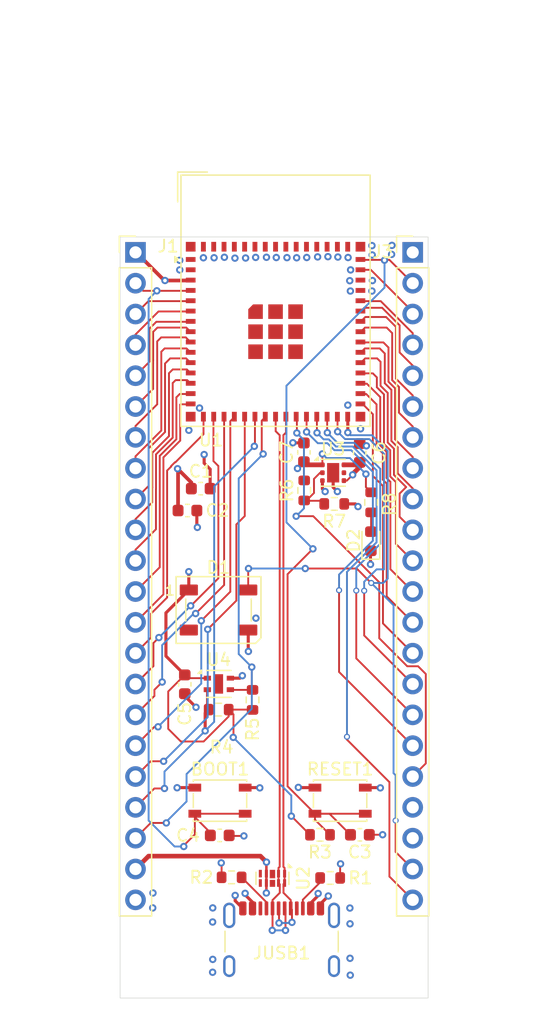
<source format=kicad_pcb>
(kicad_pcb (version 20241229) (generator "pcbnew") (generator_version "9.0")
  (layers (0 "F.Cu" signal "L1") (4 "In1.Cu" signal "L2") (6 "In2.Cu" signal "L3") (2 "B.Cu" signal "L4") (13 "F.Paste" user) (15 "B.Paste" user) (5 "F.SilkS" user "F.Silkscreen") (7 "B.SilkS" user "B.Silkscreen") (1 "F.Mask" user) (3 "B.Mask" user) (25 "Edge.Cuts" user))
  (net 0 "")
  (net 1 "GND")
  (net 2 "/3V3")
  (net 3 "/ESP32_EN")
  (net 4 "/GPIO0")
  (net 5 "/5VUSB")
  (net 7 "/GPIO48")
  (net 8 "Net-(D2-A)")
  (net 9 "/I2C_SCL")
  (net 10 "/GPIO13")
  (net 11 "/GPIO10")
  (net 12 "/I2C_SDA")
  (net 13 "/GPIO5")
  (net 14 "/GPIO1")
  (net 15 "/GPIO11")
  (net 16 "/GPIO7")
  (net 17 "/GPIO14")
  (net 18 "/GPIO12")
  (net 19 "/GPIO6")
  (net 20 "/GPIO3")
  (net 21 "/GPIO9")
  (net 22 "/GPIO4")
  (net 23 "/GPIO8")
  (net 24 "/GPIO16")
  (net 25 "/GPIO2")
  (net 26 "/GPIO15")
  (net 27 "/GPIO35")
  (net 28 "/GPIO47")
  (net 29 "/GPIO26")
  (net 30 "/USB_P")
  (net 31 "/GPIO36")
  (net 32 "/GPIO40")
  (net 33 "/GPIO39")
  (net 34 "/GPIO34")
  (net 35 "/GPIO41")
  (net 36 "/GPIO46")
  (net 37 "/RXD")
  (net 38 "/GPIO38")
  (net 39 "/TXD")
  (net 40 "/GPIO45")
  (net 41 "/GPIO37")
  (net 42 "/GPIO21")
  (net 43 "/GPIO33")
  (net 44 "/GPIO42")
  (net 45 "/USB_N")
  (net 47 "Net-(JUSB1-CC2)")
  (net 49 "Net-(JUSB1-CC1)")
  (net 50 "Net-(U3-FB)")
  (footprint "Connector_PinHeader_2.54mm:PinHeader_1x22_P2.54mm_Vertical" (layer "F.Cu") (at 124.46 23.495)
    (property "Reference" "J3")
    (property "Value" "~")
  )
  (footprint "RF_Module:ESP32-S2-MINI-1" (layer "F.Cu") (at 113.15 27.48)
    (property "Reference" "U1")
    (property "Value" "ESP32-S3-MINI-1" (hide yes))
  )
  (footprint "Resistor_SMD:R_0603_1608Metric" (layer "F.Cu") (at 109.5248 74.9808 180)
    (property "Reference" "R2")
    (property "Value" "5.1k" (hide yes))
  )
  (footprint "Button_Switch_SMD:SW_SPST_PTS810" (layer "F.Cu") (at 118.474 68.6644)
    (property "Reference" "RESET1")
    (property "Value" "~" (hide yes))
  )
  (footprint "Connector_PinHeader_2.54mm:PinHeader_1x22_P2.54mm_Vertical" (layer "F.Cu") (at 101.6 23.495)
    (property "Reference" "J1")
    (property "Value" "~")
  )
  (footprint "Resistor_SMD:R_0603_1608Metric" (layer "F.Cu") (at 116.8152 71.4756 180)
    (property "Reference" "R3")
    (property "Value" "10k" (hide yes))
  )
  (footprint "Capacitor_SMD:C_0603_1608Metric" (layer "F.Cu") (at 105.8842 44.7628)
    (property "Reference" "C2")
    (property "Value" "10uF" (hide yes))
  )
  (footprint "Capacitor_SMD:C_0603_1608Metric" (layer "F.Cu") (at 120.1042 71.4756)
    (property "Reference" "C3")
    (property "Value" "0.1uF" (hide yes))
  )
  (footprint "Resistor_SMD:R_0603_1608Metric" (layer "F.Cu") (at 108.458 61.1632)
    (property "Reference" "R4")
    (property "Value" "10k" (hide yes))
  )
  (footprint "Package_DFN_QFN:Diodes_UDFN-10_1.0x2.5mm_P0.5mm" (layer "F.Cu") (at 112.894 75.0625 -90)
    (property "Reference" "U2")
    (property "Value" "D3V3XA4B10LP" (hide yes))
  )
  (footprint "Resistor_SMD:R_0603_1608Metric" (layer "F.Cu") (at 117.6528 75.0316)
    (property "Reference" "R1")
    (property "Value" "5.1k" (hide yes))
  )
  (footprint "LED_SMD:LED_WS2812B_PLCC4_5.0x5.0mm_P3.2mm" (layer "F.Cu") (at 108.4464 52.958)
    (property "Reference" "D1")
    (property "Value" "WS2812B" (hide yes))
  )
  (footprint "LED_SMD:LED_0603_1608Metric" (layer "F.Cu") (at 121.01 47.29 90)
    (property "Reference" "D2")
    (property "Value" "LED" (hide yes))
  )
  (footprint "Resistor_SMD:R_0603_1608Metric" (layer "F.Cu") (at 117.9892 44.2174 180)
    (property "Reference" "R7")
    (property "Value" "200k" (hide yes))
  )
  (footprint "Capacitor_SMD:C_0603_1608Metric" (layer "F.Cu") (at 106.98 42.96)
    (property "Reference" "C1")
    (property "Value" "0.1uF" (hide yes))
  )
  (footprint "Capacitor_SMD:C_0603_1608Metric" (layer "F.Cu") (at 108.5466 71.5264)
    (property "Reference" "C4")
    (property "Value" "0.1uF" (hide yes))
  )
  (footprint "Capacitor_SMD:C_0603_1608Metric" (layer "F.Cu") (at 115.4885 39.9714 90)
    (property "Reference" "C7")
    (property "Value" "10uF" (hide yes))
  )
  (footprint "Connector_USB:USB_C_Receptacle_GCT_USB4105-xx-A_16P_TopMnt_Horizontal" (layer "F.Cu") (at 113.65 81.22)
    (property "Reference" "JUSB1")
    (property "Value" "USB_C_Receptacle_USB2.0_16P")
  )
  (footprint "Resistor_SMD:R_0603_1608Metric" (layer "F.Cu") (at 111.252 60.3626 -90)
    (property "Reference" "R5")
    (property "Value" "10k" (hide yes))
  )
  (footprint "Capacitor_SMD:C_0603_1608Metric" (layer "F.Cu") (at 105.664 59.0804 -90)
    (property "Reference" "C5")
    (property "Value" "0.1uF" (hide yes))
  )
  (footprint "Capacitor_SMD:C_0603_1608Metric" (layer "F.Cu") (at 120.09 40.02 90)
    (property "Reference" "C6")
    (property "Value" "10uF" (hide yes))
  )
  (footprint "Button_Switch_SMD:SW_SPST_PTS810" (layer "F.Cu") (at 108.5674 68.6644)
    (property "Reference" "BOOT1")
    (property "Value" "~" (hide yes))
  )
  (footprint "Package_DFN_QFN:AMS_QFN-4-1EP_2x2mm_P0.95mm_EP0.7x1.6mm" (layer "F.Cu") (at 108.4732 59.0474)
    (property "Reference" "U4")
    (property "Value" "ENS210" (hide yes))
  )
  (footprint "Package_SON:WSON-6-1EP_2x2mm_P0.65mm_EP1x1.6mm" (layer "F.Cu") (at 117.9 41.65)
    (property "Reference" "U3")
    (property "Value" "TLV75801PDRV" (hide yes))
  )
  (footprint "Resistor_SMD:R_0603_1608Metric" (layer "F.Cu") (at 121.03 44.09 -90)
    (property "Reference" "R8")
    (property "Value" "5.1k" (hide yes))
  )
  (footprint "Resistor_SMD:R_0603_1608Metric" (layer "F.Cu") (at 115.5124 43.108 90)
    (property "Reference" "R6")
    (property "Value" "1M" (hide yes))
  )
  (gr_rect (start 100.33 22.225) (end 125.73 84.925) (stroke (width 0.05)) (fill no) (layer "Edge.Cuts"))
  (segment (start 106.4924 67.5894) (end 105.0406 67.5894) (width 0.254) (layer "F.Cu") (net 1))
  (segment (start 118.8142 44.2174) (end 119.7292 44.2174) (width 0.254) (layer "F.Cu") (net 1))
  (segment (start 110.54 71.57) (end 109.3652 71.57) (width 0.1524) (layer "F.Cu") (net 1))
  (segment (start 118.4778 73.9022) (end 118.51 73.87) (width 0.1524) (layer "F.Cu") (net 1))
  (segment (start 111.8294 67.5894) (end 111.85 67.61) (width 0.254) (layer "F.Cu") (net 1))
  (segment (start 107.26 40.15) (end 107.26 40.86) (width 0.254) (layer "F.Cu") (net 1))
  (segment (start 110.6424 67.5894) (end 111.8294 67.5894) (width 0.254) (layer "F.Cu") (net 1))
  (segment (start 109.82 76.47) (end 109.82 76.91) (width 0.254) (layer "F.Cu") (net 1))
  (segment (start 109.82 76.91) (end 110.45 77.54) (width 0.254) (layer "F.Cu") (net 1))
  (segment (start 110.8964 54.608) (end 110.8964 56.3564) (width 0.254) (layer "F.Cu") (net 1))
  (segment (start 115.4821 39.19) (end 115.4885 39.1964) (width 0.254) (layer "F.Cu") (net 1))
  (segment (start 119.7292 44.2174) (end 119.9492 44.4374) (width 0.254) (layer "F.Cu") (net 1))
  (segment (start 105.664 59.8554) (end 105.664 60.044) (width 0.254) (layer "F.Cu") (net 1))
  (segment (start 117.0125 42.3) (end 117.0125 42.9707) (width 0.254) (layer "F.Cu") (net 1))
  (segment (start 120.8848 71.47) (end 120.8792 71.4756) (width 0.1524) (layer "F.Cu") (net 1))
  (segment (start 120.98 48.1075) (end 121.01 48.0775) (width 0.254) (layer "F.Cu") (net 1))
  (segment (start 108.6998 73.8198) (end 108.67 73.79) (width 0.1524) (layer "F.Cu") (net 1))
  (segment (start 106.6592 44.7628) (end 106.6592 46.1092) (width 0.254) (layer "F.Cu") (net 1))
  (segment (start 114.58 39.18) (end 114.78 39.18) (width 0.254) (layer "F.Cu") (net 1))
  (segment (start 116.85 77.54) (end 116.85 77.17) (width 0.254) (layer "F.Cu") (net 1))
  (segment (start 120.215946 39.245) (end 120.09 39.245) (width 0.1524) (layer "F.Cu") (net 1))
  (segment (start 114.78 39.18) (end 114.79 39.19) (width 0.254) (layer "F.Cu") (net 1))
  (segment (start 106.6592 46.1092) (end 106.7 46.15) (width 0.254) (layer "F.Cu") (net 1))
  (segment (start 115.0494 67.5894) (end 115.03 67.57) (width 0.254) (layer "F.Cu") (net 1))
  (segment (start 120.620344 39.409399) (end 120.380345 39.409399) (width 0.1524) (layer "F.Cu") (net 1))
  (segment (start 114.79 39.19) (end 115.4821 39.19) (width 0.254) (layer "F.Cu") (net 1))
  (segment (start 118.4778 75.0316) (end 118.4778 73.9022) (width 0.1524) (layer "F.Cu") (net 1))
  (segment (start 121.98 71.47) (end 120.8848 71.47) (width 0.1524) (layer "F.Cu") (net 1))
  (segment (start 107.755 41.355) (end 107.755 42.96) (width 0.254) (layer "F.Cu") (net 1))
  (segment (start 105.0406 67.5894) (end 105.03 67.6) (width 0.254) (layer "F.Cu") (net 1))
  (segment (start 117.0125 42.9707) (end 117.2392 43.1974) (width 0.254) (layer "F.Cu") (net 1))
  (segment (start 109.3652 71.57) (end 109.3216 71.5264) (width 0.1524) (layer "F.Cu") (net 1))
  (segment (start 110.2076 58.5724) (end 110.41 58.37) (width 0.254) (layer "F.Cu") (net 1))
  (segment (start 108.6998 74.9808) (end 108.6998 73.8198) (width 0.1524) (layer "F.Cu") (net 1))
  (segment (start 117.9 42.8482) (end 118.2492 43.1974) (width 0.254) (layer "F.Cu") (net 1))
  (segment (start 110.8964 56.3564) (end 110.91 56.37) (width 0.254) (layer "F.Cu") (net 1))
  (segment (start 117.9 41.65) (end 117.9 42.8482) (width 0.254) (layer "F.Cu") (net 1))
  (segment (start 107.26 40.86) (end 107.755 41.355) (width 0.254) (layer "F.Cu") (net 1))
  (segment (start 120.549 67.5894) (end 121.7694 67.5894) (width 0.254) (layer "F.Cu") (net 1))
  (segment (start 116.399 67.5894) (end 115.0494 67.5894) (width 0.254) (layer "F.Cu") (net 1))
  (segment (start 109.4232 58.5724) (end 110.2076 58.5724) (width 0.254) (layer "F.Cu") (net 1))
  (segment (start 121.7694 67.5894) (end 121.79 67.61) (width 0.254) (layer "F.Cu") (net 1))
  (segment (start 120.641601 39.430656) (end 120.620344 39.409399) (width 0.1524) (layer "F.Cu") (net 1))
  (segment (start 116.85 77.17) (end 117.5 76.52) (width 0.254) (layer "F.Cu") (net 1))
  (segment (start 120.380345 39.409399) (end 120.215946 39.245) (width 0.1524) (layer "F.Cu") (net 1))
  (segment (start 105.664 60.044) (end 106.59 60.97) (width 0.254) (layer "F.Cu") (net 1))
  (segment (start 120.98 49.2) (end 120.98 48.1075) (width 0.254) (layer "F.Cu") (net 1))
  (via (at 117.5 76.52) (size 0.604799) (drill 0.299999) (layers "F.Cu" "B.Cu") (net 1))
  (via (at 119.9492 44.4374) (size 0.604799) (drill 0.299999) (layers "F.Cu" "B.Cu") (net 1))
  (via (at 122.75 22.92) (size 0.604799) (drill 0.299999) (layers "F.Cu" "B.Cu") (net 1))
  (via (at 120.641601 39.430656) (size 0.604799) (drill 0.299999) (layers "F.Cu" "B.Cu") (net 1))
  (via (at 120.98 49.2) (size 0.604799) (drill 0.299999) (layers "F.Cu" "B.Cu") (net 1))
  (via (at 111.85 67.61) (size 0.604799) (drill 0.299999) (layers "F.Cu" "B.Cu") (net 1))
  (via (at 119.13 23.92) (size 0.604799) (drill 0.299999) (layers "F.Cu" "B.Cu") (net 1))
  (via (at 114.58 39.18) (size 0.604799) (drill 0.299999) (layers "F.Cu" "B.Cu") (net 1))
  (via (at 115.721434 23.918605) (size 0.604799) (drill 0.299999) (layers "F.Cu" "B.Cu") (net 1))
  (via (at 120.16 38.029001) (size 0.604799) (drill 0.299999) (layers "F.Cu" "B.Cu") (net 1))
  (via (at 106.7 46.15) (size 0.604799) (drill 0.299999) (layers "F.Cu" "B.Cu") (net 1))
  (via (at 117.2392 43.1974) (size 0.604799) (drill 0.299999) (layers "F.Cu" "B.Cu") (net 1))
  (via (at 113.21 23.92) (size 0.604799) (drill 0.299999) (layers "F.Cu" "B.Cu") (net 1))
  (via (at 103.02 77.5) (size 0.604799) (drill 0.299999) (layers "F.Cu" "B.Cu") (net 1))
  (via (at 121.1 22.94) (size 0.604799) (drill 0.299999) (layers "F.Cu" "B.Cu") (net 1))
  (via (at 103.04 76.27) (size 0.604799) (drill 0.299999) (layers "F.Cu" "B.Cu") (net 1))
  (via (at 119.29 81.65) (size 0.604799) (drill 0.299999) (layers "F.Cu" "B.Cu") (net 1))
  (via (at 108.08 23.94) (size 0.604799) (drill 0.299999) (layers "F.Cu" "B.Cu") (net 1))
  (via (at 110.91 56.37) (size 0.604799) (drill 0.299999) (layers "F.Cu" "B.Cu") (net 1))
  (via (at 110.54 71.57) (size 0.604799) (drill 0.299999) (layers "F.Cu" "B.Cu") (net 1))
  (via (at 111.53 53.63) (size 0.604799) (drill 0.299999) (layers "F.Cu" "B.Cu") (net 1))
  (via (at 121.14 25.82) (size 0.604799) (drill 0.299999) (layers "F.Cu" "B.Cu") (net 1))
  (via (at 105.03 67.6) (size 0.604799) (drill 0.299999) (layers "F.Cu" "B.Cu") (net 1))
  (via (at 107.96 82.8) (size 0.604799) (drill 0.299999) (layers "F.Cu" "B.Cu") (net 1))
  (via (at 121.1 26.68) (size 0.604799) (drill 0.299999) (layers "F.Cu" "B.Cu") (net 1))
  (via (at 119.28 77.51) (size 0.604799) (drill 0.299999) (layers "F.Cu" "B.Cu") (net 1))
  (via (at 119.29 78.81) (size 0.604799) (drill 0.299999) (layers "F.Cu" "B.Cu") (net 1))
  (via (at 107.97 81.74) (size 0.604799) (drill 0.299999) (layers "F.Cu" "B.Cu") (net 1))
  (via (at 107.2 23.94) (size 0.604799) (drill 0.299999) (layers "F.Cu" "B.Cu") (net 1))
  (via (at 111.51 23.91) (size 0.604799) (drill 0.299999) (layers "F.Cu" "B.Cu") (net 1))
  (via (at 117.47 23.85) (size 0.604799) (drill 0.299999) (layers "F.Cu" "B.Cu") (net 1))
  (via (at 112.4 23.9) (size 0.604799) (drill 0.299999) (layers "F.Cu" "B.Cu") (net 1))
  (via (at 107.26 40.15) (size 0.604799) (drill 0.299999) (layers "F.Cu" "B.Cu") (net 1))
  (via (at 121.98 71.47) (size 0.604799) (drill 0.299999) (layers "F.Cu" "B.Cu") (net 1))
  (via (at 107.97 77.5) (size 0.604799) (drill 0.299999) (layers "F.Cu" "B.Cu") (net 1))
  (via (at 105.25 24.15) (size 0.604799) (drill 0.299999) (layers "F.Cu" "B.Cu") (net 1))
  (via (at 119.31 83.04) (size 0.604799) (drill 0.299999) (layers "F.Cu" "B.Cu") (net 1))
  (via (at 109.8 23.97) (size 0.604799) (drill 0.299999) (layers "F.Cu" "B.Cu") (net 1))
  (via (at 106.59 60.97) (size 0.604799) (drill 0.299999) (layers "F.Cu" "B.Cu") (net 1))
  (via (at 108.67 73.79) (size 0.604799) (drill 0.299999) (layers "F.Cu" "B.Cu") (net 1))
  (via (at 119.11 36.08) (size 0.604799) (drill 0.299999) (layers "F.Cu" "B.Cu") (net 1))
  (via (at 114.09 23.93) (size 0.604799) (drill 0.299999) (layers "F.Cu" "B.Cu") (net 1))
  (via (at 116.62 23.87) (size 0.604799) (drill 0.299999) (layers "F.Cu" "B.Cu") (net 1))
  (via (at 119.27 25.83) (size 0.604799) (drill 0.299999) (layers "F.Cu" "B.Cu") (net 1))
  (via (at 106.88 36.32) (size 0.604799) (drill 0.299999) (layers "F.Cu" "B.Cu") (net 1))
  (via (at 118.2492 43.1974) (size 0.604799) (drill 0.299999) (layers "F.Cu" "B.Cu") (net 1))
  (via (at 110.41 58.37) (size 0.604799) (drill 0.299999) (layers "F.Cu" "B.Cu") (net 1))
  (via (at 114.89 23.94) (size 0.604799) (drill 0.299999) (layers "F.Cu" "B.Cu") (net 1))
  (via (at 110.68 23.96) (size 0.604799) (drill 0.299999) (layers "F.Cu" "B.Cu") (net 1))
  (via (at 119.34 24.94) (size 0.604799) (drill 0.299999) (layers "F.Cu" "B.Cu") (net 1))
  (via (at 119.32 26.68) (size 0.604799) (drill 0.299999) (layers "F.Cu" "B.Cu") (net 1))
  (via (at 122.72 23.66) (size 0.604799) (drill 0.299999) (layers "F.Cu" "B.Cu") (net 1))
  (via (at 107.96 78.66) (size 0.604799) (drill 0.299999) (layers "F.Cu" "B.Cu") (net 1))
  (via (at 121.79 67.61) (size 0.604799) (drill 0.299999) (layers "F.Cu" "B.Cu") (net 1))
  (via (at 121.12 23.71) (size 0.604799) (drill 0.299999) (layers "F.Cu" "B.Cu") (net 1))
  (via (at 108.93 23.9) (size 0.604799) (drill 0.299999) (layers "F.Cu" "B.Cu") (net 1))
  (via (at 105.25 24.94) (size 0.604799) (drill 0.299999) (layers "F.Cu" "B.Cu") (net 1))
  (via (at 118.51 73.87) (size 0.604799) (drill 0.299999) (layers "F.Cu" "B.Cu") (net 1))
  (via (at 115.03 67.57) (size 0.604799) (drill 0.299999) (layers "F.Cu" "B.Cu") (net 1))
  (via (at 106 38.15) (size 0.604799) (drill 0.299999) (layers "F.Cu" "B.Cu") (net 1))
  (via (at 109.82 76.47) (size 0.604799) (drill 0.299999) (layers "F.Cu" "B.Cu") (net 1))
  (via (at 118.29 23.88) (size 0.604799) (drill 0.299999) (layers "F.Cu" "B.Cu") (net 1))
  (segment (start 105.664 58.3054) (end 104.3 59.6694) (width 0.1524) (layer "F.Cu") (net 2))
  (segment (start 115.4885 42.2591) (end 115.4885 40.7464) (width 0.1524) (layer "F.Cu") (net 2))
  (segment (start 104.3 59.6694) (end 104.3 62.75) (width 0.1524) (layer "F.Cu") (net 2))
  (segment (start 111.2276 61.1632) (end 111.252 61.1876) (width 0.1524) (layer "F.Cu") (net 2))
  (segment (start 105.07 41.32) (end 106.205 42.455) (width 0.3048) (layer "F.Cu") (net 2))
  (segment (start 115.4885 40.7464) (end 115.4885 40.7681) (width 0.1524) (layer "F.Cu") (net 2))
  (segment (start 114.4546 69.94) (end 114.45 69.94) (width 0.1524) (layer "F.Cu") (net 2))
  (segment (start 117.0125 41) (end 117.0125 40.1025) (width 0.1524) (layer "F.Cu") (net 2))
  (segment (start 120.601505 42.836505) (end 121.03 43.265) (width 0.1524) (layer "F.Cu") (net 2))
  (segment (start 117.0125 40.1025) (end 117.01 40.1) (width 0.1524) (layer "F.Cu") (net 2))
  (segment (start 104.03 25.8132) (end 106.1588 25.8132) (width 0.3048) (layer "F.Cu") (net 2))
  (segment (start 105.1092 41.3592) (end 105.1092 44.7628) (width 0.3048) (layer "F.Cu") (net 2))
  (segment (start 115.9902 71.4756) (end 114.4546 69.94) (width 0.1524) (layer "F.Cu") (net 2))
  (segment (start 105.9964 51.308) (end 104.11 53.1944) (width 0.254) (layer "F.Cu") (net 2))
  (segment (start 115.5007 40.7464) (end 115.4885 40.7464) (width 0.39116) (layer "F.Cu") (net 2))
  (segment (start 105.34 63.79) (end 107.22 63.79) (width 0.1524) (layer "F.Cu") (net 2))
  (segment (start 105.9964 51.308) (end 105.9964 49.8) (width 0.254) (layer "F.Cu") (net 2))
  (segment (start 106.205 42.455) (end 106.205 42.96) (width 0.3048) (layer "F.Cu") (net 2))
  (segment (start 109.283 61.1632) (end 111.2276 61.1632) (width 0.1524) (layer "F.Cu") (net 2))
  (segment (start 105.931 58.5724) (end 105.664 58.3054) (width 0.1524) (layer "F.Cu") (net 2))
  (segment (start 109.68 61.5602) (end 109.283 61.1632) (width 0.1524) (layer "F.Cu") (net 2))
  (segment (start 107.5232 58.5724) (end 105.931 58.5724) (width 0.1524) (layer "F.Cu") (net 2))
  (segment (start 104.11 56.7514) (end 105.664 58.3054) (width 0.254) (layer "F.Cu") (net 2))
  (segment (start 109.283 61.727) (end 109.283 61.1632) (width 0.1524) (layer "F.Cu") (net 2))
  (segment (start 117.0125 41) (end 115.7543 41) (width 0.39116) (layer "F.Cu") (net 2))
  (segment (start 120.601505 41.757384) (end 120.601505 42.836505) (width 0.1524) (layer "F.Cu") (net 2))
  (segment (start 109.66 63.45) (end 109.68 63.43) (width 0.1524) (layer "F.Cu") (net 2))
  (segment (start 115.4885 40.7681) (end 114.9592 41.2974) (width 0.3048) (layer "F.Cu") (net 2))
  (segment (start 105.07 41.32) (end 105.1092 41.3592) (width 0.3048) (layer "F.Cu") (net 2))
  (segment (start 104.11 53.1944) (end 104.11 56.7514) (width 0.254) (layer "F.Cu") (net 2))
  (segment (start 101.6618 23.495) (end 103.98 25.8132) (width 0.3048) (layer "F.Cu") (net 2))
  (segment (start 103.98 25.8132) (end 104.03 25.8132) (width 0.3048) (layer "F.Cu") (net 2))
  (segment (start 104.3 62.75) (end 105.34 63.79) (width 0.1524) (layer "F.Cu") (net 2))
  (segment (start 101.6 23.495) (end 101.6618 23.495) (width 0.1524) (layer "F.Cu") (net 2))
  (segment (start 115.5124 42.283) (end 115.4885 42.2591) (width 0.1524) (layer "F.Cu") (net 2))
  (segment (start 115.7543 41) (end 115.5007 40.7464) (width 0.39116) (layer "F.Cu") (net 2))
  (segment (start 109.68 63.43) (end 109.68 61.5602) (width 0.1524) (layer "F.Cu") (net 2))
  (segment (start 107.22 63.79) (end 109.283 61.727) (width 0.1524) (layer "F.Cu") (net 2))
  (via (at 114.45 69.94) (size 0.604799) (drill 0.299999) (layers "F.Cu" "B.Cu") (net 2))
  (via (at 105.07 41.32) (size 0.604799) (drill 0.299999) (layers "F.Cu" "B.Cu") (net 2))
  (via (at 114.9592 41.2974) (size 0.604799) (drill 0.299999) (layers "F.Cu" "B.Cu") (net 2))
  (via (at 120.601505 41.757384) (size 0.604799) (drill 0.299999) (layers "F.Cu" "B.Cu") (net 2))
  (via (at 109.66 63.45) (size 0.604799) (drill 0.299999) (layers "F.Cu" "B.Cu") (net 2))
  (via (at 105.9964 49.8) (size 0.604799) (drill 0.299999) (layers "F.Cu" "B.Cu") (net 2))
  (via (at 104.03 25.8132) (size 0.604799) (drill 0.299999) (layers "F.Cu" "B.Cu") (net 2))
  (via (at 117.01 40.1) (size 0.604799) (drill 0.299999) (layers "F.Cu" "B.Cu") (net 2))
  (segment (start 117.35 40.44) (end 119.284121 40.44) (width 0.1524) (layer "B.Cu") (net 2))
  (segment (start 114.45 68.24) (end 109.66 63.45) (width 0.1524) (layer "B.Cu") (net 2))
  (segment (start 117.01 40.1) (end 117.35 40.44) (width 0.1524) (layer "B.Cu") (net 2))
  (segment (start 119.284121 40.44) (end 120.601505 41.757384) (width 0.1524) (layer "B.Cu") (net 2))
  (segment (start 114.45 69.94) (end 114.45 68.24) (width 0.1524) (layer "B.Cu") (net 2))
  (segment (start 116.399 70.2344) (end 117.6402 71.4756) (width 0.1524) (layer "F.Cu") (net 3))
  (segment (start 124.46 26.035) (end 122.5382 24.1132) (width 0.1524) (layer "F.Cu") (net 3))
  (segment (start 116.399 69.7394) (end 117.593 69.7394) (width 0.1524) (layer "F.Cu") (net 3))
  (segment (start 117.593 69.7394) (end 119.3292 71.4756) (width 0.1524) (layer "F.Cu") (net 3))
  (segment (start 116.399 69.7394) (end 116.399 70.2344) (width 0.1524) (layer "F.Cu") (net 3))
  (segment (start 114.141228 67.481628) (end 114.141228 50.008772) (width 0.1524) (layer "F.Cu") (net 3))
  (segment (start 122.5382 24.1132) (end 120.1588 24.1132) (width 0.1524) (layer "F.Cu") (net 3))
  (segment (start 114.141228 50.008772) (end 116.23 47.92) (width 0.1524) (layer "F.Cu") (net 3))
  (segment (start 116.399 69.7394) (end 114.141228 67.481628) (width 0.1524) (layer "F.Cu") (net 3))
  (segment (start 116.399 69.7394) (end 120.549 69.7394) (width 0.1524) (layer "F.Cu") (net 3))
  (via (at 116.23 47.92) (size 0.604799) (drill 0.299999) (layers "F.Cu" "B.Cu") (net 3))
  (via (at 122.135629 24.141521) (size 0.604799) (drill 0.299999) (layers "F.Cu" "B.Cu") (net 3))
  (segment (start 114.048001 45.738001) (end 114.048001 34.484361) (width 0.1524) (layer "B.Cu") (net 3))
  (segment (start 122.135629 26.396733) (end 122.135629 24.141521) (width 0.1524) (layer "B.Cu") (net 3))
  (segment (start 116.23 47.92) (end 114.048001 45.738001) (width 0.1524) (layer "B.Cu") (net 3))
  (segment (start 114.048001 34.484361) (end 122.135629 26.396733) (width 0.1524) (layer "B.Cu") (net 3))
  (segment (start 106.4924 71.4476) (end 106.4924 69.7394) (width 0.1524) (layer "F.Cu") (net 4))
  (segment (start 106.4924 69.7394) (end 110.6424 69.7394) (width 0.1524) (layer "F.Cu") (net 4))
  (segment (start 106.4924 70.018) (end 106.4924 69.7394) (width 0.1524) (layer "F.Cu") (net 4))
  (segment (start 102.2282 26.6632) (end 103.36 26.6632) (width 0.1524) (layer "F.Cu") (net 4))
  (segment (start 105.58 72.36) (end 106.4924 71.4476) (width 0.1524) (layer "F.Cu") (net 4))
  (segment (start 103.36 26.6632) (end 106.1588 26.6632) (width 0.1524) (layer "F.Cu") (net 4))
  (segment (start 107.7716 71.5264) (end 107.7716 71.2972) (width 0.1524) (layer "F.Cu") (net 4))
  (segment (start 107.7716 71.2972) (end 106.4924 70.018) (width 0.1524) (layer "F.Cu") (net 4))
  (segment (start 101.6 26.035) (end 102.2282 26.6632) (width 0.1524) (layer "F.Cu") (net 4))
  (segment (start 105.58 72.44) (end 105.58 72.36) (width 0.1524) (layer "F.Cu") (net 4))
  (via (at 105.58 72.44) (size 0.604799) (drill 0.299999) (layers "F.Cu" "B.Cu") (net 4))
  (via (at 103.36 26.6632) (size 0.604799) (drill 0.299999) (layers "F.Cu" "B.Cu") (net 4))
  (segment (start 103.36 26.6632) (end 102.6796 27.3436) (width 0.1524) (layer "B.Cu") (net 4))
  (segment (start 102.6796 27.3436) (end 102.6796 70.2996) (width 0.1524) (layer "B.Cu") (net 4))
  (segment (start 104.82 72.44) (end 105.58 72.44) (width 0.1524) (layer "B.Cu") (net 4))
  (segment (start 102.6796 70.2996) (end 104.82 72.44) (width 0.1524) (layer "B.Cu") (net 4))
  (segment (start 116.05 77.1) (end 116.05 77.54) (width 0.254) (layer "F.Cu") (net 5))
  (segment (start 112.394 74.675) (end 112.394 75.45) (width 0.2032) (layer "F.Cu") (net 5))
  (segment (start 116.661173 76.488827) (end 116.05 77.1) (width 0.254) (layer "F.Cu") (net 5))
  (segment (start 119.87 40.795) (end 120.09 40.795) (width 0.39116) (layer "F.Cu") (net 5))
  (segment (start 110.64 76.42) (end 111.25 77.03) (width 0.254) (layer "F.Cu") (net 5))
  (segment (start 111.25 77.03) (end 111.25 77.54) (width 0.254) (layer "F.Cu") (net 5))
  (segment (start 118.7875 42.3) (end 119.03 42.3) (width 0.1524) (layer "F.Cu") (net 5))
  (segment (start 119.51 41.755) (end 120.09 41.175) (width 0.39116) (layer "F.Cu") (net 5))
  (segment (start 120.09 41.175) (end 120.09 40.795) (width 0.39116) (layer "F.Cu") (net 5))
  (segment (start 112.394 76.266) (end 112.394 75.45) (width 0.2032) (layer "F.Cu") (net 5))
  (segment (start 112.394 74.675) (end 112.394 73.736) (width 0.2032) (layer "F.Cu") (net 5))
  (segment (start 102.677399 73.232601) (end 101.615 74.295) (width 0.381) (layer "F.Cu") (net 5))
  (segment (start 118.7875 41) (end 119.665 41) (width 0.39116) (layer "F.Cu") (net 5))
  (segment (start 119.03 42.3) (end 119.51 41.82) (width 0.1524) (layer "F.Cu") (net 5))
  (segment (start 119.51 41.82) (end 119.51 41.755) (width 0.39116) (layer "F.Cu") (net 5))
  (segment (start 112.394 73.736) (end 112.4 73.73) (width 0.2032) (layer "F.Cu") (net 5))
  (segment (start 111.902601 73.232601) (end 102.677399 73.232601) (width 0.381) (layer "F.Cu") (net 5))
  (segment (start 110.64 76.3) (end 110.64 76.42) (width 0.254) (layer "F.Cu") (net 5))
  (segment (start 116.661173 76.311173) (end 116.661173 76.488827) (width 0.254) (layer "F.Cu") (net 5))
  (segment (start 112.389397 76.270603) (end 112.394 76.266) (width 0.2032) (layer "F.Cu") (net 5))
  (segment (start 112.4 73.73) (end 111.902601 73.232601) (width 0.381) (layer "F.Cu") (net 5))
  (segment (start 119.665 41) (end 119.87 40.795) (width 0.39116) (layer "F.Cu") (net 5))
  (segment (start 101.615 74.295) (end 101.6 74.295) (width 0.2032) (layer "F.Cu") (net 5))
  (via (at 112.389397 76.270603) (size 0.604799) (drill 0.299999) (layers "F.Cu" "B.Cu") (net 5))
  (via (at 116.661173 76.311173) (size 0.604799) (drill 0.299999) (layers "F.Cu" "B.Cu") (net 5))
  (via (at 110.64 76.3) (size 0.604799) (drill 0.299999) (layers "F.Cu" "B.Cu") (net 5))
  (via (at 119.51 41.82) (size 0.604799) (drill 0.299999) (layers "F.Cu" "B.Cu") (net 5))
  (via (at 112.4 73.73) (size 0.604799) (drill 0.299999) (layers "F.Cu" "B.Cu") (net 5))
  (segment (start 110.8964 49.5636) (end 110.92 49.54) (width 0.254) (layer "F.Cu") (net 7))
  (segment (start 123.05 72.885) (end 124.46 74.295) (width 0.1524) (layer "F.Cu") (net 7))
  (segment (start 119.11 37.74) (end 119.1088 37.7388) (width 0.254) (layer "F.Cu") (net 7))
  (segment (start 110.8964 51.308) (end 110.8964 49.5636) (width 0.1524) (layer "F.Cu") (net 7))
  (segment (start 119.1088 37.7388) (end 119.1088 37.0632) (width 0.254) (layer "F.Cu") (net 7))
  (segment (start 123.05 70.3) (end 123.05 72.885) (width 0.1524) (layer "F.Cu") (net 7))
  (segment (start 119.84 49.54) (end 115.6 49.54) (width 0.1524) (layer "F.Cu") (net 7))
  (segment (start 119.11 38.34) (end 119.11 37.74) (width 0.254) (layer "F.Cu") (net 7))
  (segment (start 121.03 50.73) (end 119.84 49.54) (width 0.1524) (layer "F.Cu") (net 7))
  (via (at 121.04 50.73) (size 0.5) (drill 0.3) (layers "F.Cu" "B.Cu") (net 7))
  (via (at 110.92 49.54) (size 0.604799) (drill 0.299999) (layers "F.Cu" "B.Cu") (net 7))
  (via (at 123.05 70.3) (size 0.5) (drill 0.3) (layers "F.Cu" "B.Cu") (net 7))
  (via (at 115.6 49.54) (size 0.604799) (drill 0.299999) (layers "F.Cu" "B.Cu") (net 7))
  (via (at 119.11 38.34) (size 0.604799) (drill 0.299999) (layers "F.Cu" "B.Cu") (net 7))
  (segment (start 122.88 66.4) (end 122.88 52.57) (width 0.1524) (layer "B.Cu") (net 7))
  (segment (start 115.6 49.54) (end 110.92 49.54) (width 0.1524) (layer "B.Cu") (net 7))
  (segment (start 119.11 38.34) (end 119.33 38.56) (width 0.1524) (layer "B.Cu") (net 7))
  (segment (start 119.33 38.56) (end 121.1 38.56) (width 0.1524) (layer "B.Cu") (net 7))
  (segment (start 122.04 50.73) (end 121.04 50.73) (width 0.1524) (layer "B.Cu") (net 7))
  (segment (start 122.4 50.37) (end 122.04 50.73) (width 0.1524) (layer "B.Cu") (net 7))
  (segment (start 122.4 39.86) (end 122.4 50.37) (width 0.1524) (layer "B.Cu") (net 7))
  (segment (start 123.05 66.57) (end 122.88 66.4) (width 0.1524) (layer "B.Cu") (net 7))
  (segment (start 123.05 70.3) (end 123.05 66.57) (width 0.1524) (layer "B.Cu") (net 7))
  (segment (start 121.1 38.56) (end 122.4 39.86) (width 0.1524) (layer "B.Cu") (net 7))
  (segment (start 122.88 52.57) (end 121.04 50.73) (width 0.1524) (layer "B.Cu") (net 7))
  (segment (start 121.03 46.4825) (end 121.01 46.5025) (width 0.1524) (layer "F.Cu") (net 8))
  (segment (start 121.03 44.915) (end 121.03 46.4825) (width 0.1524) (layer "F.Cu") (net 8))
  (segment (start 107.633 61.1632) (end 107.4928 61.023) (width 0.1524) (layer "F.Cu") (net 9))
  (segment (start 107.344527 61.451673) (end 107.633 61.1632) (width 0.254) (layer "F.Cu") (net 9))
  (segment (start 111.45 37.03) (end 111.45 39.42) (width 0.1524) (layer "F.Cu") (net 9))
  (segment (start 103.155 67.66) (end 101.6 69.215) (width 0.1524) (layer "F.Cu") (net 9))
  (segment (start 107.344527 62.914527) (end 107.344527 61.451673) (width 0.254) (layer "F.Cu") (net 9))
  (segment (start 107.4928 61.023) (end 107.4928 59.5528) (width 0.1524) (layer "F.Cu") (net 9))
  (segment (start 103.99 67.66) (end 103.155 67.66) (width 0.1524) (layer "F.Cu") (net 9))
  (segment (start 107.4928 59.5528) (end 107.5232 59.5224) (width 0.1524) (layer "F.Cu") (net 9))
  (segment (start 111.45 39.42) (end 111.4 39.47) (width 0.1524) (layer "F.Cu") (net 9))
  (via (at 107.344527 62.914527) (size 0.604799) (drill 0.299999) (layers "F.Cu" "B.Cu") (net 9))
  (via (at 103.99 67.66) (size 0.604799) (drill 0.299999) (layers "F.Cu" "B.Cu") (net 9))
  (via (at 111.4 39.47) (size 0.604799) (drill 0.299999) (layers "F.Cu" "B.Cu") (net 9))
  (segment (start 107.344527 62.914527) (end 103.99 66.269054) (width 0.1524) (layer "B.Cu") (net 9))
  (segment (start 111.4 39.47) (end 108.087615 42.782385) (width 0.1524) (layer "B.Cu") (net 9))
  (segment (start 108.087615 42.782385) (end 108.087615 62.171439) (width 0.1524) (layer "B.Cu") (net 9))
  (segment (start 103.99 66.269054) (end 103.99 67.66) (width 0.1524) (layer "B.Cu") (net 9))
  (segment (start 108.087615 62.171439) (end 107.344527 62.914527) (width 0.1524) (layer "B.Cu") (net 9))
  (segment (start 106.17 52.61) (end 106.15 52.61) (width 0.1524) (layer "F.Cu") (net 10))
  (segment (start 108.028001 40.690362) (end 108.4346 41.096961) (width 0.1524) (layer "F.Cu") (net 10))
  (segment (start 103.08 55.678201) (end 103.08 57.575) (width 0.1524) (layer "F.Cu") (net 10))
  (segment (start 103.528201 55.23) (end 103.08 55.678201) (width 0.1524) (layer "F.Cu") (net 10))
  (segment (start 108.028001 37.093999) (end 108.028001 40.690362) (width 0.1524) (layer "F.Cu") (net 10))
  (segment (start 108.0588 37.0632) (end 108.028001 37.093999) (width 0.1524) (layer "F.Cu") (net 10))
  (segment (start 108.4346 41.096961) (end 108.4346 50.3454) (width 0.1524) (layer "F.Cu") (net 10))
  (segment (start 103.08 57.575) (end 101.6 59.055) (width 0.1524) (layer "F.Cu") (net 10))
  (segment (start 108.4346 50.3454) (end 106.17 52.61) (width 0.1524) (layer "F.Cu") (net 10))
  (via (at 103.528201 55.23) (size 0.604799) (drill 0.299999) (layers "F.Cu" "B.Cu") (net 10))
  (via (at 106.15 52.61) (size 0.604799) (drill 0.299999) (layers "F.Cu" "B.Cu") (net 10))
  (segment (start 103.528201 55.23) (end 103.53 55.23) (width 0.1524) (layer "B.Cu") (net 10))
  (segment (start 103.53 55.23) (end 106.15 52.61) (width 0.1524) (layer "B.Cu") (net 10))
  (segment (start 105.2484 35.1632) (end 106.1588 35.1632) (width 0.1524) (layer "F.Cu") (net 11))
  (segment (start 104.9716 35.44) (end 105.2484 35.1632) (width 0.1524) (layer "F.Cu") (net 11))
  (segment (start 103.597 40.2604) (end 104.9716 38.8858) (width 0.1524) (layer "F.Cu") (net 11))
  (segment (start 103.597 49.438) (end 103.597 40.2604) (width 0.1524) (layer "F.Cu") (net 11))
  (segment (start 104.9716 38.8858) (end 104.9716 35.44) (width 0.1524) (layer "F.Cu") (net 11))
  (segment (start 101.6 51.435) (end 103.597 49.438) (width 0.1524) (layer "F.Cu") (net 11))
  (segment (start 112.01 39.99) (end 112.01 37.362) (width 0.1524) (layer "F.Cu") (net 12))
  (segment (start 104.14 70.5) (end 102.855 70.5) (width 0.1524) (layer "F.Cu") (net 12))
  (segment (start 112.125 40.105) (end 112.01 39.99) (width 0.254) (layer "F.Cu") (net 12))
  (segment (start 109.4384 59.5376) (end 109.4232 59.5224) (width 0.1524) (layer "F.Cu") (net 12))
  (segment (start 111.19 57.66) (end 111.19 59.4756) (width 0.1524) (layer "F.Cu") (net 12))
  (segment (start 112.01 37.362) (end 112.3088 37.0632) (width 0.1524) (layer "F.Cu") (net 12))
  (segment (start 111.252 59.5376) (end 109.4384 59.5376) (width 0.1524) (layer "F.Cu") (net 12))
  (segment (start 111.19 59.4756) (end 111.252 59.5376) (width 0.254) (layer "F.Cu") (net 12))
  (segment (start 102.855 70.5) (end 101.6 71.755) (width 0.1524) (layer "F.Cu") (net 12))
  (via (at 111.19 57.66) (size 0.604799) (drill 0.299999) (layers "F.Cu" "B.Cu") (net 12))
  (via (at 112.125 40.105) (size 0.604799) (drill 0.299999) (layers "F.Cu" "B.Cu") (net 12))
  (via (at 104.14 70.5) (size 0.604799) (drill 0.299999) (layers "F.Cu" "B.Cu") (net 12))
  (segment (start 110.11 56.58) (end 111.19 57.66) (width 0.1524) (layer "B.Cu") (net 12))
  (segment (start 104.14 70.4) (end 104.14 70.5) (width 0.254) (layer "B.Cu") (net 12))
  (segment (start 111.19 57.66) (end 111.19 61.095798) (width 0.1524) (layer "B.Cu") (net 12))
  (segment (start 112.125 40.105) (end 110.11 42.12) (width 0.1524) (layer "B.Cu") (net 12))
  (segment (start 111.19 61.095798) (end 105.81 66.475798) (width 0.1524) (layer "B.Cu") (net 12))
  (segment (start 105.81 68.73) (end 104.14 70.4) (width 0.1524) (layer "B.Cu") (net 12))
  (segment (start 105.81 66.475798) (end 105.81 68.73) (width 0.1524) (layer "B.Cu") (net 12))
  (segment (start 110.11 42.12) (end 110.11 56.58) (width 0.1524) (layer "B.Cu") (net 12))
  (segment (start 103.39 36.01) (end 103.39 30.83) (width 0.1524) (layer "F.Cu") (net 13))
  (segment (start 101.6 38.735) (end 101.6 37.8) (width 0.1524) (layer "F.Cu") (net 13))
  (segment (start 101.6 37.8) (end 103.39 36.01) (width 0.1524) (layer "F.Cu") (net 13))
  (segment (start 103.72 30.5) (end 105.7456 30.5) (width 0.1524) (layer "F.Cu") (net 13))
  (segment (start 105.7456 30.5) (end 106.1588 30.9132) (width 0.1524) (layer "F.Cu") (net 13))
  (segment (start 103.39 30.83) (end 103.72 30.5) (width 0.1524) (layer "F.Cu") (net 13))
  (segment (start 102.6618 27.5132) (end 106.1588 27.5132) (width 0.1524) (layer "F.Cu") (net 14))
  (segment (start 101.6 28.575) (end 102.6618 27.5132) (width 0.1524) (layer "F.Cu") (net 14))
  (segment (start 103.9028 40.387066) (end 105.29 38.999866) (width 0.1524) (layer "F.Cu") (net 15))
  (segment (start 103.9028 51.6722) (end 103.9028 40.387066) (width 0.1524) (layer "F.Cu") (net 15))
  (segment (start 105.29 38.999866) (end 105.29 36.04) (width 0.1524) (layer "F.Cu") (net 15))
  (segment (start 101.6 53.975) (end 103.9028 51.6722) (width 0.1524) (layer "F.Cu") (net 15))
  (segment (start 105.29 36.04) (end 105.3168 36.0132) (width 0.1524) (layer "F.Cu") (net 15))
  (segment (start 105.3168 36.0132) (end 106.1588 36.0132) (width 0.1524) (layer "F.Cu") (net 15))
  (segment (start 104.46 32.23) (end 105.7756 32.23) (width 0.1524) (layer "F.Cu") (net 16))
  (segment (start 102.6796 42.7354) (end 102.6796 39.652866) (width 0.1524) (layer "F.Cu") (net 16))
  (segment (start 105.7756 32.23) (end 106.1588 32.6132) (width 0.1524) (layer "F.Cu") (net 16))
  (segment (start 102.6796 39.652866) (end 104.0358 38.296666) (width 0.1524) (layer "F.Cu") (net 16))
  (segment (start 104.0358 32.6542) (end 104.46 32.23) (width 0.1524) (layer "F.Cu") (net 16))
  (segment (start 101.6 43.815) (end 102.6796 42.7354) (width 0.1524) (layer "F.Cu") (net 16))
  (segment (start 104.0358 38.296666) (end 104.0358 32.6542) (width 0.1524) (layer "F.Cu") (net 16))
  (segment (start 108.9088 37.0632) (end 108.9088 50.89714) (width 0.1524) (layer "F.Cu") (net 17))
  (segment (start 103.16 59.53) (end 103.16 60.035) (width 0.1524) (layer "F.Cu") (net 17))
  (segment (start 108.9088 50.89714) (end 106.558172 53.247768) (width 0.1524) (layer "F.Cu") (net 17))
  (segment (start 103.8 58.89) (end 103.16 59.53) (width 0.1524) (layer "F.Cu") (net 17))
  (segment (start 103.16 60.035) (end 101.6 61.595) (width 0.1524) (layer "F.Cu") (net 17))
  (via (at 106.558172 53.247768) (size 0.604799) (drill 0.299999) (layers "F.Cu" "B.Cu") (net 17))
  (via (at 103.8 58.89) (size 0.604799) (drill 0.299999) (layers "F.Cu" "B.Cu") (net 17))
  (segment (start 103.8 55.85) (end 106.402232 53.247768) (width 0.1524) (layer "B.Cu") (net 17))
  (segment (start 103.8 58.89) (end 103.8 55.85) (width 0.1524) (layer "B.Cu") (net 17))
  (segment (start 106.402232 53.247768) (end 106.558172 53.247768) (width 0.1524) (layer "B.Cu") (net 17))
  (segment (start 104.538001 41.099639) (end 104.849639 40.788001) (width 0.1524) (layer "F.Cu") (net 18))
  (segment (start 107.2088 38.4712) (end 107.2088 37.0632) (width 0.1524) (layer "F.Cu") (net 18))
  (segment (start 104.538001 41.141999) (end 104.538001 41.099639) (width 0.1524) (layer "F.Cu") (net 18))
  (segment (start 104.2086 51.9314) (end 104.2086 41.4714) (width 0.1524) (layer "F.Cu") (net 18))
  (segment (start 102.88 53.26) (end 104.2086 51.9314) (width 0.1524) (layer "F.Cu") (net 18))
  (segment (start 104.2086 41.4714) (end 104.538001 41.141999) (width 0.1524) (layer "F.Cu") (net 18))
  (segment (start 104.849639 40.788001) (end 104.891999 40.788001) (width 0.1524) (layer "F.Cu") (net 18))
  (segment (start 101.6 56.515) (end 102.88 55.235) (width 0.1524) (layer "F.Cu") (net 18))
  (segment (start 104.891999 40.788001) (end 107.2088 38.4712) (width 0.1524) (layer "F.Cu") (net 18))
  (segment (start 102.88 55.235) (end 102.88 53.26) (width 0.1524) (layer "F.Cu") (net 18))
  (segment (start 105.8056 31.41) (end 106.1588 31.7632) (width 0.1524) (layer "F.Cu") (net 19))
  (segment (start 103.73 31.68) (end 104 31.41) (width 0.1524) (layer "F.Cu") (net 19))
  (segment (start 104 31.41) (end 105.8056 31.41) (width 0.1524) (layer "F.Cu") (net 19))
  (segment (start 101.6 41.275) (end 101.6 40.3) (width 0.1524) (layer "F.Cu") (net 19))
  (segment (start 103.73 38.17) (end 103.73 31.68) (width 0.1524) (layer "F.Cu") (net 19))
  (segment (start 101.6 40.3) (end 103.73 38.17) (width 0.1524) (layer "F.Cu") (net 19))
  (segment (start 103.3168 29.2132) (end 106.1588 29.2132) (width 0.1524) (layer "F.Cu") (net 20))
  (segment (start 102.75 29.78) (end 103.3168 29.2132) (width 0.1524) (layer "F.Cu") (net 20))
  (segment (start 102.75 32.505) (end 102.75 29.78) (width 0.1524) (layer "F.Cu") (net 20))
  (segment (start 101.6 33.655) (end 102.75 32.505) (width 0.1524) (layer "F.Cu") (net 20))
  (segment (start 103.2858 42.994134) (end 103.2912 42.988734) (width 0.1524) (layer "F.Cu") (net 21))
  (segment (start 104.6616 38.763334) (end 104.6616 38.760866) (width 0.1524) (layer "F.Cu") (net 21))
  (segment (start 103.2912 42.988734) (end 103.2912 40.133734) (width 0.1524) (layer "F.Cu") (net 21))
  (segment (start 103.2912 40.133734) (end 104.6616 38.763333) (width 0.1524) (layer "F.Cu") (net 21))
  (segment (start 104.91 34.02) (end 105.8656 34.02) (width 0.1524) (layer "F.Cu") (net 21))
  (segment (start 104.6616 38.760866) (end 104.6658 38.756667) (width 0.1524) (layer "F.Cu") (net 21))
  (segment (start 105.8656 34.02) (end 106.1588 34.3132) (width 0.1524) (layer "F.Cu") (net 21))
  (segment (start 103.2858 46.3042) (end 103.2858 42.994134) (width 0.1524) (layer "F.Cu") (net 21))
  (segment (start 104.6658 34.2642) (end 104.91 34.02) (width 0.1524) (layer "F.Cu") (net 21))
  (segment (start 104.6616 38.763333) (end 104.6616 38.763334) (width 0.1524) (layer "F.Cu") (net 21))
  (segment (start 101.6 48.895) (end 101.6 47.99) (width 0.1524) (layer "F.Cu") (net 21))
  (segment (start 104.6658 38.756667) (end 104.6658 34.2642) (width 0.1524) (layer "F.Cu") (net 21))
  (segment (start 101.6 47.99) (end 103.2858 46.3042) (width 0.1524) (layer "F.Cu") (net 21))
  (segment (start 103.0558 32.378334) (end 103.0558 30.0442) (width 0.1524) (layer "F.Cu") (net 22))
  (segment (start 105.7856 29.69) (end 106.1588 30.0632) (width 0.1524) (layer "F.Cu") (net 22))
  (segment (start 103.0558 30.0442) (end 103.41 29.69) (width 0.1524) (layer "F.Cu") (net 22))
  (segment (start 101.6 36.195) (end 103.05 34.745) (width 0.1524) (layer "F.Cu") (net 22))
  (segment (start 103.05 32.637467) (end 103.0558 32.378334) (width 0.1524) (layer "F.Cu") (net 22))
  (segment (start 103.05 34.745) (end 103.05 32.637467) (width 0.1524) (layer "F.Cu") (net 22))
  (segment (start 103.41 29.69) (end 105.7856 29.69) (width 0.1524) (layer "F.Cu") (net 22))
  (segment (start 102.98 42.867466) (end 102.9854 42.862066) (width 0.1524) (layer "F.Cu") (net 23))
  (segment (start 101.6 46.355) (end 101.6 45.47) (width 0.1524) (layer "F.Cu") (net 23))
  (segment (start 102.9854 40.007067) (end 104.3558 38.636667) (width 0.1524) (layer "F.Cu") (net 23))
  (segment (start 104.3558 38.636667) (end 104.3558 38.6342) (width 0.1524) (layer "F.Cu") (net 23))
  (segment (start 101.6 45.47) (end 102.98 44.09) (width 0.1524) (layer "F.Cu") (net 23))
  (segment (start 104.36 33.45) (end 104.67 33.14) (width 0.1524) (layer "F.Cu") (net 23))
  (segment (start 102.98 44.09) (end 102.98 42.867466) (width 0.1524) (layer "F.Cu") (net 23))
  (segment (start 102.9854 42.862066) (end 102.9854 42.862067) (width 0.1524) (layer "F.Cu") (net 23))
  (segment (start 105.8356 33.14) (end 106.1588 33.4632) (width 0.1524) (layer "F.Cu") (net 23))
  (segment (start 102.9854 42.862066) (end 102.9854 40.007067) (width 0.1524) (layer "F.Cu") (net 23))
  (segment (start 104.3558 38.6342) (end 104.36 38.63) (width 0.1524) (layer "F.Cu") (net 23))
  (segment (start 104.67 33.14) (end 105.8356 33.14) (width 0.1524) (layer "F.Cu") (net 23))
  (segment (start 104.36 38.63) (end 104.36 33.45) (width 0.1524) (layer "F.Cu") (net 23))
  (segment (start 102.855 65.42) (end 101.6 66.675) (width 0.1524) (layer "F.Cu") (net 24))
  (segment (start 110.6088 45.2188) (end 109.9168 45.9108) (width 0.1524) (layer "F.Cu") (net 24))
  (segment (start 109.9168 52.185498) (end 107.555615 54.546683) (width 0.1524) (layer "F.Cu") (net 24))
  (segment (start 110.6088 37.0632) (end 110.6088 45.2188) (width 0.1524) (layer "F.Cu") (net 24))
  (segment (start 103.92 65.42) (end 102.855 65.42) (width 0.1524) (layer "F.Cu") (net 24))
  (segment (start 109.9168 45.9108) (end 109.9168 52.185498) (width 0.1524) (layer "F.Cu") (net 24))
  (via (at 107.555615 54.546683) (size 0.604799) (drill 0.299999) (layers "F.Cu" "B.Cu") (net 24))
  (via (at 103.92 65.42) (size 0.604799) (drill 0.299999) (layers "F.Cu" "B.Cu") (net 24))
  (segment (start 107.555615 61.784385) (end 103.92 65.42) (width 0.1524) (layer "B.Cu") (net 24))
  (segment (start 107.555615 54.546683) (end 107.555615 61.784385) (width 0.1524) (layer "B.Cu") (net 24))
  (segment (start 101.6 30.26) (end 103.4968 28.3632) (width 0.1524) (layer "F.Cu") (net 25))
  (segment (start 101.6 31.115) (end 101.6 30.26) (width 0.1524) (layer "F.Cu") (net 25))
  (segment (start 103.4968 28.3632) (end 106.1588 28.3632) (width 0.1524) (layer "F.Cu") (net 25))
  (segment (start 109.42 37.402) (end 109.42 51.448858) (width 0.1524) (layer "F.Cu") (net 26))
  (segment (start 103.46 62.58) (end 103.155 62.58) (width 0.1524) (layer "F.Cu") (net 26))
  (segment (start 109.42 51.448858) (end 107.024616 53.844242) (width 0.1524) (layer "F.Cu") (net 26))
  (segment (start 109.7588 37.0632) (end 109.42 37.402) (width 0.1524) (layer "F.Cu") (net 26))
  (segment (start 103.155 62.58) (end 101.6 64.135) (width 0.1524) (layer "F.Cu") (net 26))
  (via (at 107.024616 53.844242) (size 0.604799) (drill 0.299999) (layers "F.Cu" "B.Cu") (net 26))
  (via (at 103.46 62.58) (size 0.604799) (drill 0.299999) (layers "F.Cu" "B.Cu") (net 26))
  (segment (start 107.024616 53.844242) (end 107.024616 59.015384) (width 0.1524) (layer "B.Cu") (net 26))
  (segment (start 107.024616 59.015384) (end 103.46 62.58) (width 0.1524) (layer "B.Cu") (net 26))
  (segment (start 121.1726 41.907666) (end 122.0084 42.743466) (width 0.1524) (layer "F.Cu") (net 27))
  (segment (start 120.1588 36.0132) (end 120.3588 36.0132) (width 0.1524) (layer "F.Cu") (net 27))
  (segment (start 120.3588 36.0132) (end 121.1726 36.827) (width 0.1524) (layer "F.Cu") (net 27))
  (segment (start 122.0084 54.0634) (end 124.46 56.515) (width 0.1524) (layer "F.Cu") (net 27))
  (segment (start 121.1726 36.827) (end 121.1726 41.907666) (width 0.1524) (layer "F.Cu") (net 27))
  (segment (start 122.0084 42.743466) (end 122.0084 54.0634) (width 0.1524) (layer "F.Cu") (net 27))
  (segment (start 116.5588 38.3488) (end 116.57 38.36) (width 0.1524) (layer "F.Cu") (net 28))
  (segment (start 122.54 67.140001) (end 122.54 74.915) (width 0.1524) (layer "F.Cu") (net 28))
  (segment (start 119.04 63.640001) (end 122.54 67.140001) (width 0.1524) (layer "F.Cu") (net 28))
  (segment (start 119.04 63.4) (end 119.04 63.640001) (width 0.1524) (layer "F.Cu") (net 28))
  (segment (start 116.5588 37.0632) (end 116.5588 38.3488) (width 0.1524) (layer "F.Cu") (net 28))
  (segment (start 122.54 74.915) (end 124.46 76.835) (width 0.1524) (layer "F.Cu") (net 28))
  (via (at 119.04 63.4) (size 0.5) (drill 0.3) (layers "F.Cu" "B.Cu") (net 28))
  (via (at 116.57 38.36) (size 0.604799) (drill 0.299999) (layers "F.Cu" "B.Cu") (net 28))
  (segment (start 119.04 49.8184) (end 121.4784 47.38) (width 0.1524) (layer "B.Cu") (net 28))
  (segment (start 121.4784 47.38) (end 121.4784 41.450867) (width 0.1524) (layer "B.Cu") (net 28))
  (segment (start 119.04 63.4) (end 119.04 49.8184) (width 0.1524) (layer "B.Cu") (net 28))
  (segment (start 121.4784 41.450867) (end 119.517534 39.49) (width 0.1524) (layer "B.Cu") (net 28))
  (segment (start 118.127533 39.49) (end 117.537534 38.9) (width 0.1524) (layer "B.Cu") (net 28))
  (segment (start 117.537534 38.9) (end 117.11 38.9) (width 0.1524) (layer "B.Cu") (net 28))
  (segment (start 119.517534 39.49) (end 118.127533 39.49) (width 0.1524) (layer "B.Cu") (net 28))
  (segment (start 117.11 38.9) (end 116.57 38.36) (width 0.1524) (layer "B.Cu") (net 28))
  (segment (start 118.387916 58.062916) (end 124.46 64.135) (width 0.1524) (layer "F.Cu") (net 29))
  (segment (start 115.7088 37.0632) (end 115.7088 38.290401) (width 0.1524) (layer "F.Cu") (net 29))
  (segment (start 118.387916 51.330378) (end 118.387916 58.062916) (width 0.1524) (layer "F.Cu") (net 29))
  (segment (start 115.7088 38.290401) (end 115.71 38.291601) (width 0.1524) (layer "F.Cu") (net 29))
  (via (at 115.71 38.291601) (size 0.604799) (drill 0.299999) (layers "F.Cu" "B.Cu") (net 29))
  (via (at 118.387916 51.330378) (size 0.5) (drill 0.3) (layers "F.Cu" "B.Cu") (net 29))
  (segment (start 116.638399 39.22) (end 117.425064 39.22) (width 0.1524) (layer "B.Cu") (net 29))
  (segment (start 118.254201 39.795801) (end 118.254202 39.7958) (width 0.1524) (layer "B.Cu") (net 29))
  (segment (start 119.390868 39.7958) (end 121.1726 41.577533) (width 0.1524) (layer "B.Cu") (net 29))
  (segment (start 115.71 38.291601) (end 116.638399 39.22) (width 0.1524) (layer "B.Cu") (net 29))
  (segment (start 118.387916 50.038017) (end 121.1726 47.253334) (width 0.1524) (layer "B.Cu") (net 29))
  (segment (start 121.1726 41.577533) (end 121.1726 47.253334) (width 0.1524) (layer "B.Cu") (net 29))
  (segment (start 117.821734 39.616667) (end 118.000865 39.795801) (width 0.1524) (layer "B.Cu") (net 29))
  (segment (start 117.425064 39.22) (end 117.715064 39.51) (width 0.1524) (layer "B.Cu") (net 29))
  (segment (start 117.715067 39.51) (end 117.821733 39.616667) (width 0.1524) (layer "B.Cu") (net 29))
  (segment (start 118.000865 39.795801) (end 118.000867 39.7958) (width 0.1524) (layer "B.Cu") (net 29))
  (segment (start 118.254202 39.7958) (end 119.390868 39.7958) (width 0.1524) (layer "B.Cu") (net 29))
  (segment (start 117.821732 39.616668) (end 117.821734 39.616667) (width 0.1524) (layer "B.Cu") (net 29))
  (segment (start 117.821733 39.616667) (end 117.821734 39.616666) (width 0.1524) (layer "B.Cu") (net 29))
  (segment (start 118.000867 39.7958) (end 118.254201 39.795801) (width 0.1524) (layer "B.Cu") (net 29))
  (segment (start 118.387916 50.038017) (end 118.387916 51.330378) (width 0.1524) (layer "B.Cu") (net 29))
  (segment (start 117.715064 39.51) (end 117.715067 39.51) (width 0.1524) (layer "B.Cu") (net 29))
  (segment (start 117.715067 39.51) (end 117.715066 39.51) (width 0.1524) (layer "B.Cu") (net 29))
  (segment (start 117.821733 39.616667) (end 117.821732 39.616668) (width 0.1524) (layer "B.Cu") (net 29))
  (segment (start 114.4 76.8494) (end 113.804814 76.254214) (width 0.155814) (layer "F.Cu") (net 30))
  (segment (start 114.0088 38.3404) (end 114.0088 37.0632) (width 0.155814) (layer "F.Cu") (net 30))
  (segment (start 113.798107 74.110356) (end 113.798107 38.551093) (width 0.155814) (layer "F.Cu") (net 30))
  (segment (start 113.804814 75.539186) (end 113.894 75.45) (width 0.155814) (layer "F.Cu") (net 30))
  (segment (start 113.804814 76.254214) (end 113.804814 75.795347) (width 0.155814) (layer "F.Cu") (net 30))
  (segment (start 113.894 74.675) (end 113.894 75.45) (width 0.155814) (layer "F.Cu") (net 30))
  (segment (start 113.798107 38.551093) (end 114.0088 38.3404) (width 0.155814) (layer "F.Cu") (net 30))
  (segment (start 113.804814 75.741891) (end 113.804814 75.67968) (width 0.155814) (layer "F.Cu") (net 30))
  (segment (start 114.5032 78.6892) (end 114.5032 77.6432) (width 0.155814) (layer "F.Cu") (net 30))
  (segment (start 113.4364 77.5764) (end 113.4 77.54) (width 0.155814) (layer "F.Cu") (net 30))
  (segment (start 114.4 77.54) (end 114.4 76.8494) (width 0.155814) (layer "F.Cu") (net 30))
  (segment (start 114.5032 77.6432) (end 114.4 77.54) (width 0.155814) (layer "F.Cu") (net 30))
  (segment (start 113.894 74.675) (end 113.894 74.206249) (width 0.155814) (layer "F.Cu") (net 30))
  (segment (start 113.4364 78.74) (end 113.4364 77.5764) (width 0.155814) (layer "F.Cu") (net 30))
  (segment (start 113.804814 75.795347) (end 113.804814 75.741891) (width 0.155814) (layer "F.Cu") (net 30))
  (segment (start 113.804814 75.67968) (end 113.804814 75.539186) (width 0.155814) (layer "F.Cu") (net 30))
  (segment (start 113.894 74.206249) (end 113.798107 74.110356) (width 0.155814) (layer "F.Cu") (net 30))
  (via (at 114.5032 78.6892) (size 0.604799) (drill 0.299999) (layers "F.Cu" "B.Cu") (net 30))
  (via (at 113.4364 78.74) (size 0.604799) (drill 0.299999) (layers "F.Cu" "B.Cu") (net 30))
  (segment (start 114.5032 78.6892) (end 114.4524 78.74) (width 0.155814) (layer "B.Cu") (net 30))
  (segment (start 114.4524 78.74) (end 113.4364 78.74) (width 0.155814) (layer "B.Cu") (net 30))
  (segment (start 120.1588 35.1632) (end 120.6232 35.1632) (width 0.1524) (layer "F.Cu") (net 31))
  (segment (start 122.3142 42.54) (end 122.3142 51.8292) (width 0.1524) (layer "F.Cu") (net 31))
  (segment (start 121.9968 40.049134) (end 121.9968 42.2226) (width 0.1524) (layer "F.Cu") (net 31))
  (segment (start 121.4784 39.530734) (end 121.9968 40.049134) (width 0.1524) (layer "F.Cu") (net 31))
  (segment (start 121.4784 36.0184) (end 121.4784 39.530734) (width 0.1524) (layer "F.Cu") (net 31))
  (segment (start 120.6232 35.1632) (end 121.4784 36.0184) (width 0.1524) (layer "F.Cu") (net 31))
  (segment (start 122.3142 51.8292) (end 124.46 53.975) (width 0.1524) (layer "F.Cu") (net 31))
  (segment (start 121.9968 42.2226) (end 122.3142 42.54) (width 0.1524) (layer "F.Cu") (net 31))
  (segment (start 123.22 41.7) (end 124.46 42.94) (width 0.1524) (layer "F.Cu") (net 32))
  (segment (start 122.74 39.062466) (end 123.22 39.542467) (width 0.1524) (layer "F.Cu") (net 32))
  (segment (start 122.74 39.062467) (end 122.74 39.062466) (width 0.1524) (layer "F.Cu") (net 32))
  (segment (start 124.46 42.94) (end 124.46 43.815) (width 0.1524) (layer "F.Cu") (net 32))
  (segment (start 122.1572 31.8272) (end 122.1572 34.274601) (width 0.1524) (layer "F.Cu") (net 32))
  (segment (start 122.1572 34.2746) (end 122.336334 34.453734) (width 0.1524) (layer "F.Cu") (net 32))
  (segment (start 121.74 31.41) (end 122.1572 31.8272) (width 0.1524) (layer "F.Cu") (net 32))
  (segment (start 122.336333 34.453734) (end 122.7042 34.8216) (width 0.1524) (layer "F.Cu") (net 32))
  (segment (start 122.7042 39.026666) (end 122.74 39.062467) (width 0.1524) (layer "F.Cu") (net 32))
  (segment (start 120.1588 31.7632) (end 120.512 31.41) (width 0.1524) (layer "F.Cu") (net 32))
  (segment (start 123.22 39.542467) (end 123.22 41.7) (width 0.1524) (layer "F.Cu") (net 32))
  (segment (start 122.336334 34.453734) (end 122.336333 34.453734) (width 0.1524) (layer "F.Cu") (net 32))
  (segment (start 120.512 31.41) (end 121.74 31.41) (width 0.1524) (layer "F.Cu") (net 32))
  (segment (start 122.1572 34.274601) (end 122.1572 34.2746) (width 0.1524) (layer "F.Cu") (net 32))
  (segment (start 122.7042 34.8216) (end 122.7042 39.026666) (width 0.1524) (layer "F.Cu") (net 32))
  (segment (start 121.8084 32.5084) (end 121.8084 34.48) (width 0.1524) (layer "F.Cu") (net 33))
  (segment (start 121.8084 34.48) (end 122.3984 35.07) (width 0.1524) (layer "F.Cu") (net 33))
  (segment (start 122.3984 39.153334) (end 122.9142 39.669133) (width 0.1524) (layer "F.Cu") (net 33))
  (segment (start 120.1588 32.6132) (end 120.542 32.23) (width 0.1524) (layer "F.Cu") (net 33))
  (segment (start 122.3984 35.07) (end 122.3984 39.153334) (width 0.1524) (layer "F.Cu") (net 33))
  (segment (start 123.093333 42.0058) (end 123.917874 42.830341) (width 0.1524) (layer "F.Cu") (net 33))
  (segment (start 123.093334 42.0058) (end 123.093333 42.0058) (width 0.1524) (layer "F.Cu") (net 33))
  (segment (start 123.3804 45.2754) (end 124.46 46.355) (width 0.1524) (layer "F.Cu") (net 33))
  (segment (start 122.9142 41.826666) (end 123.093334 42.0058) (width 0.1524) (layer "F.Cu") (net 33))
  (segment (start 123.3804 43.367815) (end 123.3804 45.2754) (width 0.1524) (layer "F.Cu") (net 33))
  (segment (start 121.53 32.23) (end 121.8084 32.5084) (width 0.1524) (layer "F.Cu") (net 33))
  (segment (start 123.917874 42.830341) (end 123.3804 43.367815) (width 0.1524) (layer "F.Cu") (net 33))
  (segment (start 122.9142 39.669133) (end 122.9142 41.826666) (width 0.1524) (layer "F.Cu") (net 33))
  (segment (start 120.542 32.23) (end 121.53 32.23) (width 0.1524) (layer "F.Cu") (net 33))
  (segment (start 120.46 55.055) (end 124.46 59.055) (width 0.1524) (layer "F.Cu") (net 34))
  (segment (start 118.2588 38.2588) (end 118.27 38.27) (width 0.1524) (layer "F.Cu") (net 34))
  (segment (start 120.46 51.37) (end 120.46 55.055) (width 0.1524) (layer "F.Cu") (net 34))
  (segment (start 118.2588 37.0632) (end 118.2588 38.2588) (width 0.1524) (layer "F.Cu") (net 34))
  (via (at 118.27 38.27) (size 0.604799) (drill 0.299999) (layers "F.Cu" "B.Cu") (net 34))
  (via (at 120.46 51.37) (size 0.5) (drill 0.3) (layers "F.Cu" "B.Cu") (net 34))
  (segment (start 120.8884 38.8784) (end 122.09 40.08) (width 0.1524) (layer "B.Cu") (net 34))
  (segment (start 120.46 50.631743) (end 120.46 51.37) (width 0.1524) (layer "B.Cu") (net 34))
  (segment (start 118.8784 38.8784) (end 120.8884 38.8784) (width 0.1524) (layer "B.Cu") (net 34))
  (segment (start 121.481743 49.61) (end 120.46 50.631743) (width 0.1524) (layer "B.Cu") (net 34))
  (segment (start 122.09 40.08) (end 122.09 49.61) (width 0.1524) (layer "B.Cu") (net 34))
  (segment (start 118.27 38.27) (end 118.8784 38.8784) (width 0.1524) (layer "B.Cu") (net 34))
  (segment (start 122.09 49.61) (end 121.481743 49.61) (width 0.1524) (layer "B.Cu") (net 34))
  (segment (start 124.46 40.35) (end 124.46 41.275) (width 0.1524) (layer "F.Cu") (net 35))
  (segment (start 123.01 38.9) (end 124.46 40.35) (width 0.1524) (layer "F.Cu") (net 35))
  (segment (start 120.1588 30.9132) (end 122.0432 30.9132) (width 0.1524) (layer "F.Cu") (net 35))
  (segment (start 122.463 34.147934) (end 123.01 34.694934) (width 0.1524) (layer "F.Cu") (net 35))
  (segment (start 123.01 34.694934) (end 123.01 38.9) (width 0.1524) (layer "F.Cu") (net 35))
  (segment (start 122.0432 30.9132) (end 122.463 31.333) (width 0.1524) (layer "F.Cu") (net 35))
  (segment (start 122.463 31.333) (end 122.463 34.147934) (width 0.1524) (layer "F.Cu") (net 35))
  (segment (start 121.002361 24.93) (end 124.46 28.387639) (width 0.1524) (layer "F.Cu") (net 36))
  (segment (start 120.15 24.93) (end 121.002361 24.93) (width 0.1524) (layer "F.Cu") (net 36))
  (segment (start 124.46 28.387639) (end 124.46 28.575) (width 0.1524) (layer "F.Cu") (net 36))
  (segment (start 123.3804 29.502866) (end 123.3804 31.7404) (width 0.1524) (layer "F.Cu") (net 37))
  (segment (start 120.1588 28.3632) (end 120.462 28.06) (width 0.1524) (layer "F.Cu") (net 37))
  (segment (start 121.937534 28.06) (end 123.3804 29.502866) (width 0.1524) (layer "F.Cu") (net 37))
  (segment (start 123.3804 31.7404) (end 124.46 32.82) (width 0.1524) (layer "F.Cu") (net 37))
  (segment (start 124.46 32.82) (end 124.46 33.655) (width 0.1524) (layer "F.Cu") (net 37))
  (segment (start 120.462 28.06) (end 121.937534 28.06) (width 0.1524) (layer "F.Cu") (net 37))
  (segment (start 122.6084 39.795799) (end 122.6084 41.953334) (width 0.1524) (layer "F.Cu") (net 38))
  (segment (start 123.0746 42.419533) (end 123.0746 47.5096) (width 0.1524) (layer "F.Cu") (net 38))
  (segment (start 122.09 39.277399) (end 122.6084 39.795799) (width 0.1524) (layer "F.Cu") (net 38))
  (segment (start 122.6084 41.953334) (end 122.787533 42.132467) (width 0.1524) (layer "F.Cu") (net 38))
  (segment (start 121.1732 33.4632) (end 121.5026 33.7926) (width 0.1524) (layer "F.Cu") (net 38))
  (segment (start 122.966668 42.3116) (end 123.0746 42.419533) (width 0.1524) (layer "F.Cu") (net 38))
  (segment (start 121.681734 34.7858) (end 121.681733 34.7858) (width 0.1524) (layer "F.Cu") (net 38))
  (segment (start 121.681733 34.7858) (end 122.09 35.194066) (width 0.1524) (layer "F.Cu") (net 38))
  (segment (start 120.1588 33.4632) (end 121.1732 33.4632) (width 0.1524) (layer "F.Cu") (net 38))
  (segment (start 121.5026 34.606666) (end 121.681734 34.7858) (width 0.1524) (layer "F.Cu") (net 38))
  (segment (start 122.787533 42.132467) (end 122.966668 42.3116) (width 0.1524) (layer "F.Cu") (net 38))
  (segment (start 121.5026 33.7926) (end 121.5026 34.606666) (width 0.1524) (layer "F.Cu") (net 38))
  (segment (start 123.0746 47.5096) (end 124.46 48.895) (width 0.1524) (layer "F.Cu") (net 38))
  (segment (start 122.09 35.194066) (end 122.09 39.277399) (width 0.1524) (layer "F.Cu") (net 38))
  (segment (start 120.552 28.82) (end 122.265068 28.82) (width 0.1524) (layer "F.Cu") (net 39))
  (segment (start 120.1588 29.2132) (end 120.552 28.82) (width 0.1524) (layer "F.Cu") (net 39))
  (segment (start 123.0746 33.8946) (end 124.46 35.28) (width 0.1524) (layer "F.Cu") (net 39))
  (segment (start 122.265068 28.82) (end 123.0746 29.629532) (width 0.1524) (layer "F.Cu") (net 39))
  (segment (start 124.46 35.28) (end 124.46 36.195) (width 0.1524) (layer "F.Cu") (net 39))
  (segment (start 123.0746 29.629532) (end 123.0746 33.8946) (width 0.1524) (layer "F.Cu") (net 39))
  (segment (start 124.46 31.115) (end 124.46 30.15) (width 0.1524) (layer "F.Cu") (net 40))
  (segment (start 121.8232 27.5132) (end 120.1588 27.5132) (width 0.1524) (layer "F.Cu") (net 40))
  (segment (start 124.46 30.15) (end 121.8232 27.5132) (width 0.1524) (layer "F.Cu") (net 40))
  (segment (start 121.7842 35.42) (end 121.7842 39.404068) (width 0.1524) (layer "F.Cu") (net 41))
  (segment (start 120.6774 34.3132) (end 121.7842 35.42) (width 0.1524) (layer "F.Cu") (net 41))
  (segment (start 122.62 49.595) (end 124.46 51.435) (width 0.1524) (layer "F.Cu") (net 41))
  (segment (start 120.1588 34.3132) (end 120.6774 34.3132) (width 0.1524) (layer "F.Cu") (net 41))
  (segment (start 122.62 42.397398) (end 122.62 49.595) (width 0.1524) (layer "F.Cu") (net 41))
  (segment (start 122.3026 39.922468) (end 122.3026 42.079999) (width 0.1524) (layer "F.Cu") (net 41))
  (segment (start 122.3026 42.079999) (end 122.62 42.397398) (width 0.1524) (layer "F.Cu") (net 41))
  (segment (start 121.7842 39.404068) (end 122.3026 39.922468) (width 0.1524) (layer "F.Cu") (net 41))
  (segment (start 124.012815 57.5946) (end 121.7026 55.284385) (width 0.1524) (layer "F.Cu") (net 42))
  (segment (start 114.906412 38.375839) (end 114.906412 37.086412) (width 0.1524) (layer "F.Cu") (net 42))
  (segment (start 114.906412 37.086412) (end 114.85 37.03) (width 0.1524) (layer "F.Cu") (net 42))
  (segment (start 124.46 66.675) (end 125.5396 65.5954) (width 0.1524) (layer "F.Cu") (net 42))
  (segment (start 121.7026 55.284385) (end 121.7026 50.674961) (width 0.1524) (layer "F.Cu") (net 42))
  (segment (start 121.7026 50.674961) (end 116.257639 45.23) (width 0.1524) (layer "F.Cu") (net 42))
  (segment (start 124.907185 57.5946) (end 124.012815 57.5946) (width 0.1524) (layer "F.Cu") (net 42))
  (segment (start 125.5396 65.5954) (end 125.5396 58.227015) (width 0.1524) (layer "F.Cu") (net 42))
  (segment (start 116.257639 45.23) (end 114.85 45.23) (width 0.1524) (layer "F.Cu") (net 42))
  (segment (start 125.5396 58.227015) (end 124.907185 57.5946) (width 0.1524) (layer "F.Cu") (net 42))
  (via (at 114.85 45.23) (size 0.604799) (drill 0.299999) (layers "F.Cu" "B.Cu") (net 42))
  (via (at 114.906412 38.375839) (size 0.604799) (drill 0.299999) (layers "F.Cu" "B.Cu") (net 42))
  (segment (start 115.4912 44.5888) (end 115.4912 38.960627) (width 0.1524) (layer "B.Cu") (net 42))
  (segment (start 115.4912 38.960627) (end 114.906412 38.375839) (width 0.1524) (layer "B.Cu") (net 42))
  (segment (start 114.85 45.23) (end 115.4912 44.5888) (width 0.1524) (layer "B.Cu") (net 42))
  (segment (start 119.807685 56.942685) (end 124.46 61.595) (width 0.1524) (layer "F.Cu") (net 43))
  (segment (start 119.807685 51.359306) (end 119.807685 56.942685) (width 0.1524) (layer "F.Cu") (net 43))
  (segment (start 117.4088 38.3388) (end 117.4088 37.0632) (width 0.1524) (layer "F.Cu") (net 43))
  (segment (start 117.42 38.35) (end 117.4088 38.3388) (width 0.1524) (layer "F.Cu") (net 43))
  (via (at 119.807685 51.359306) (size 0.5) (drill 0.3) (layers "F.Cu" "B.Cu") (net 43))
  (via (at 117.42 38.35) (size 0.604799) (drill 0.299999) (layers "F.Cu" "B.Cu") (net 43))
  (segment (start 121.7842 47.51) (end 119.807685 49.486515) (width 0.1524) (layer "B.Cu") (net 43))
  (segment (start 119.6442 39.1842) (end 121.7842 41.3242) (width 0.1524) (layer "B.Cu") (net 43))
  (segment (start 119.807685 49.486515) (end 119.807685 51.359306) (width 0.1524) (layer "B.Cu") (net 43))
  (segment (start 117.42 38.35) (end 118.2542 39.1842) (width 0.1524) (layer "B.Cu") (net 43))
  (segment (start 121.7842 41.3242) (end 121.7842 47.51) (width 0.1524) (layer "B.Cu") (net 43))
  (segment (start 118.2542 39.1842) (end 119.6442 39.1842) (width 0.1524) (layer "B.Cu") (net 43))
  (segment (start 122.31 29.69) (end 122.7688 30.1488) (width 0.1524) (layer "F.Cu") (net 44))
  (segment (start 123.33 34.582466) (end 123.33 36.71) (width 0.1524) (layer "F.Cu") (net 44))
  (segment (start 123.33 36.71) (end 124.46 37.84) (width 0.1524) (layer "F.Cu") (net 44))
  (segment (start 124.46 37.84) (end 124.46 38.735) (width 0.1524) (layer "F.Cu") (net 44))
  (segment (start 122.7688 34.021267) (end 123.33 34.582466) (width 0.1524) (layer "F.Cu") (net 44))
  (segment (start 120.1588 30.0632) (end 120.532 29.69) (width 0.1524) (layer "F.Cu") (net 44))
  (segment (start 122.7688 30.1488) (end 122.7688 34.021267) (width 0.1524) (layer "F.Cu") (net 44))
  (segment (start 120.532 29.69) (end 122.31 29.69) (width 0.1524) (layer "F.Cu") (net 44))
  (segment (start 113.489893 74.110356) (end 113.489893 38.5572) (width 0.155814) (layer "F.Cu") (net 45))
  (segment (start 113.970107 77.610107) (end 113.9 77.54) (width 0.155814) (layer "F.Cu") (net 45))
  (segment (start 113.489893 38.5572) (end 113.1588 38.226107) (width 0.155814) (layer "F.Cu") (net 45))
  (segment (start 113.4956 75.5516) (end 113.394 75.45) (width 0.155814) (layer "F.Cu") (net 45))
  (segment (start 113.4956 75.667266) (end 113.4956 75.5516) (width 0.155814) (layer "F.Cu") (net 45))
  (segment (start 112.9 79.124) (end 112.9 77.54) (width 0.155814) (layer "F.Cu") (net 45))
  (segment (start 112.9 76.856114) (end 113.4956 76.260514) (width 0.155814) (layer "F.Cu") (net 45))
  (segment (start 113.970107 79.3496) (end 113.970107 77.610107) (width 0.155814) (layer "F.Cu") (net 45))
  (segment (start 112.8776 79.3496) (end 112.8776 79.1464) (width 0.155814) (layer "F.Cu") (net 45))
  (segment (start 113.4956 75.807761) (end 113.4956 75.667266) (width 0.155814) (layer "F.Cu") (net 45))
  (segment (start 112.9 77.54) (end 112.9 76.856114) (width 0.155814) (layer "F.Cu") (net 45))
  (segment (start 113.4956 76.260514) (end 113.4956 75.807761) (width 0.155814) (layer "F.Cu") (net 45))
  (segment (start 113.394 74.675) (end 113.394 75.45) (width 0.155814) (layer "F.Cu") (net 45))
  (segment (start 113.394 74.675) (end 113.394 74.206249) (width 0.155814) (layer "F.Cu") (net 45))
  (segment (start 113.394 74.206249) (end 113.489893 74.110356) (width 0.155814) (layer "F.Cu") (net 45))
  (segment (start 113.1588 38.226107) (end 113.1588 37.0632) (width 0.155814) (layer "F.Cu") (net 45))
  (segment (start 112.8776 79.1464) (end 112.9 79.124) (width 0.155814) (layer "F.Cu") (net 45))
  (via (at 112.8776 79.3496) (size 0.604799) (drill 0.299999) (layers "F.Cu" "B.Cu") (net 45))
  (via (at 113.970107 79.3496) (size 0.604799) (drill 0.299999) (layers "F.Cu" "B.Cu") (net 45))
  (segment (start 112.8776 79.3496) (end 113.970107 79.3496) (width 0.155814) (layer "B.Cu") (net 45))
  (segment (start 116.8278 75.3936) (end 115.4 76.8214) (width 0.1524) (layer "F.Cu") (net 47))
  (segment (start 115.4 76.8214) (end 115.4 77.54) (width 0.1524) (layer "F.Cu") (net 47))
  (segment (start 116.8278 75.0316) (end 116.8278 75.3936) (width 0.1524) (layer "F.Cu") (net 47))
  (segment (start 112.4 77.032152) (end 112.4 77.54) (width 0.1524) (layer "F.Cu") (net 49))
  (segment (start 110.3498 74.981952) (end 112.4 77.032152) (width 0.1524) (layer "F.Cu") (net 49))
  (segment (start 110.3498 74.9808) (end 110.3498 74.981952) (width 0.1524) (layer "F.Cu") (net 49))
  (segment (start 117.0125 41.65) (end 116.825001 41.65) (width 0.1524) (layer "F.Cu") (net 50))
  (segment (start 116.3186 43.3178) (end 115.7034 43.933) (width 0.1524) (layer "F.Cu") (net 50))
  (segment (start 115.5246 43.933) (end 115.551 43.9594) (width 0.1524) (layer "F.Cu") (net 50))
  (segment (start 116.825001 41.65) (end 116.3186 42.156401) (width 0.1524) (layer "F.Cu") (net 50))
  (segment (start 115.551 43.9594) (end 116.9062 43.9594) (width 0.1524) (layer "F.Cu") (net 50))
  (segment (start 116.3186 42.156401) (end 116.3186 43.3178) (width 0.1524) (layer "F.Cu") (net 50))
  (segment (start 116.9062 43.9594) (end 117.1642 44.2174) (width 0.1524) (layer "F.Cu") (net 50))
  (segment (start 115.7034 43.933) (end 115.5124 43.933) (width 0.1524) (layer "F.Cu") (net 50))
  (segment (start 115.5124 43.933) (end 115.5246 43.933) (width 0.1524) (layer "F.Cu") (net 50))
)
</source>
